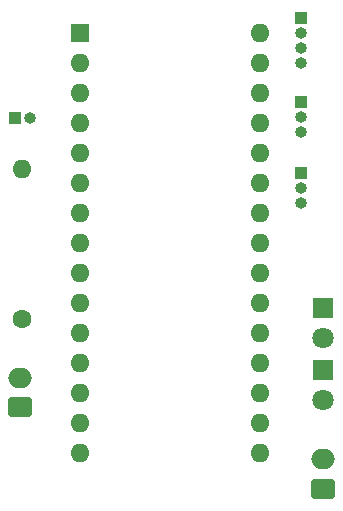
<source format=gbr>
%TF.GenerationSoftware,KiCad,Pcbnew,8.0.3*%
%TF.CreationDate,2024-09-12T15:26:23+02:00*%
%TF.ProjectId,pcb_robot,7063625f-726f-4626-9f74-2e6b69636164,rev?*%
%TF.SameCoordinates,Original*%
%TF.FileFunction,Soldermask,Bot*%
%TF.FilePolarity,Negative*%
%FSLAX46Y46*%
G04 Gerber Fmt 4.6, Leading zero omitted, Abs format (unit mm)*
G04 Created by KiCad (PCBNEW 8.0.3) date 2024-09-12 15:26:23*
%MOMM*%
%LPD*%
G01*
G04 APERTURE LIST*
G04 Aperture macros list*
%AMRoundRect*
0 Rectangle with rounded corners*
0 $1 Rounding radius*
0 $2 $3 $4 $5 $6 $7 $8 $9 X,Y pos of 4 corners*
0 Add a 4 corners polygon primitive as box body*
4,1,4,$2,$3,$4,$5,$6,$7,$8,$9,$2,$3,0*
0 Add four circle primitives for the rounded corners*
1,1,$1+$1,$2,$3*
1,1,$1+$1,$4,$5*
1,1,$1+$1,$6,$7*
1,1,$1+$1,$8,$9*
0 Add four rect primitives between the rounded corners*
20,1,$1+$1,$2,$3,$4,$5,0*
20,1,$1+$1,$4,$5,$6,$7,0*
20,1,$1+$1,$6,$7,$8,$9,0*
20,1,$1+$1,$8,$9,$2,$3,0*%
G04 Aperture macros list end*
%ADD10R,1.000000X1.000000*%
%ADD11O,1.000000X1.000000*%
%ADD12RoundRect,0.250000X0.750000X-0.600000X0.750000X0.600000X-0.750000X0.600000X-0.750000X-0.600000X0*%
%ADD13O,2.000000X1.700000*%
%ADD14R,1.800000X1.800000*%
%ADD15C,1.800000*%
%ADD16C,1.600000*%
%ADD17O,1.600000X1.600000*%
%ADD18R,1.600000X1.600000*%
G04 APERTURE END LIST*
D10*
%TO.C,J7*%
X154075000Y-62100000D03*
D11*
X154075000Y-63370000D03*
X154075000Y-64640000D03*
X154075000Y-65910000D03*
%TD*%
D12*
%TO.C,J5*%
X130310000Y-95100000D03*
D13*
X130310000Y-92600000D03*
%TD*%
D14*
%TO.C,D1*%
X156000000Y-86725000D03*
D15*
X156000000Y-89265000D03*
%TD*%
D12*
%TO.C,J6*%
X156000000Y-102000000D03*
D13*
X156000000Y-99500000D03*
%TD*%
D10*
%TO.C,J2*%
X154075000Y-75225000D03*
D11*
X154075000Y-76495000D03*
X154075000Y-77765000D03*
%TD*%
D10*
%TO.C,J4*%
X129850000Y-70575000D03*
D11*
X131120000Y-70575000D03*
%TD*%
D14*
%TO.C,D2*%
X156000000Y-91960000D03*
D15*
X156000000Y-94500000D03*
%TD*%
D16*
%TO.C,F1*%
X130500000Y-87650000D03*
D17*
X130500000Y-74950000D03*
%TD*%
D10*
%TO.C,J3*%
X154075000Y-69225000D03*
D11*
X154075000Y-70495000D03*
X154075000Y-71765000D03*
%TD*%
D18*
%TO.C,A1*%
X135390000Y-63450000D03*
D17*
X135390000Y-65990000D03*
X135390000Y-68530000D03*
X135390000Y-71070000D03*
X135390000Y-73610000D03*
X135390000Y-76150000D03*
X135390000Y-78690000D03*
X135390000Y-81230000D03*
X135390000Y-83770000D03*
X135390000Y-86310000D03*
X135390000Y-88850000D03*
X135390000Y-91390000D03*
X135390000Y-93930000D03*
X135390000Y-96470000D03*
X135390000Y-99010000D03*
X150630000Y-99010000D03*
X150630000Y-96470000D03*
X150630000Y-93930000D03*
X150630000Y-91390000D03*
X150630000Y-88850000D03*
X150630000Y-86310000D03*
X150630000Y-83770000D03*
X150630000Y-81230000D03*
X150630000Y-78690000D03*
X150630000Y-76150000D03*
X150630000Y-73610000D03*
X150630000Y-71070000D03*
X150630000Y-68530000D03*
X150630000Y-65990000D03*
X150630000Y-63450000D03*
%TD*%
M02*

</source>
